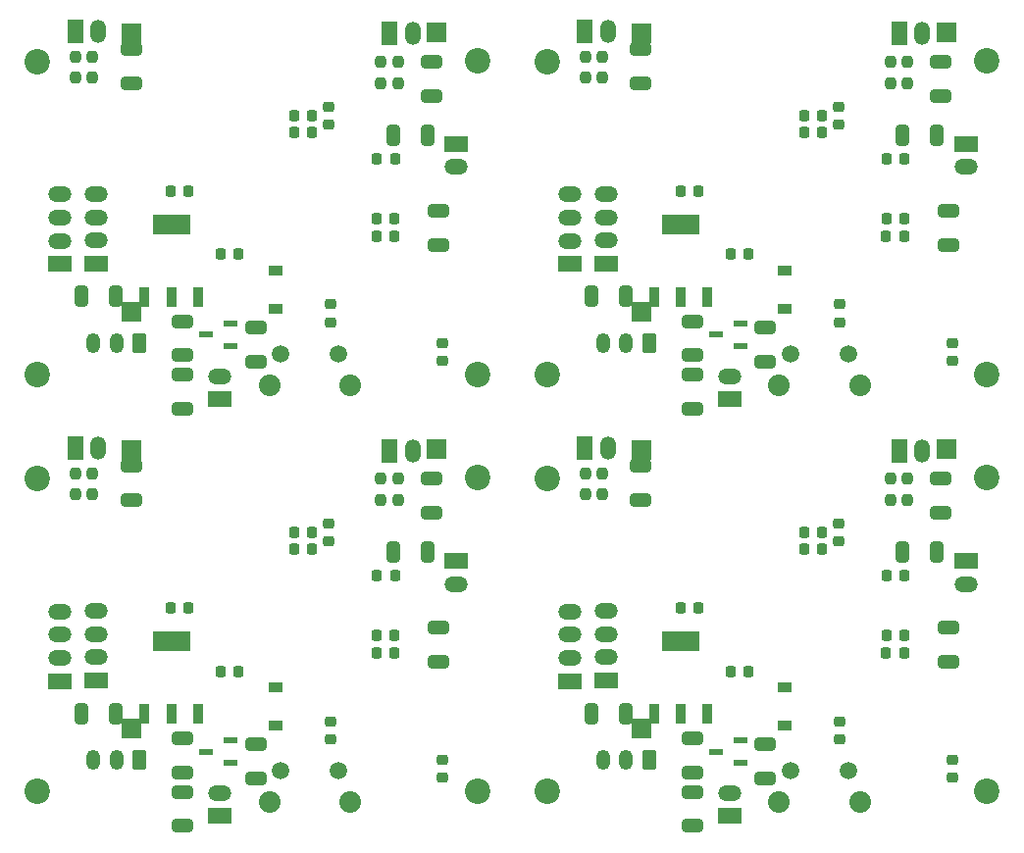
<source format=gbr>
%TF.GenerationSoftware,KiCad,Pcbnew,(6.0.4)*%
%TF.CreationDate,2022-09-20T04:44:20+09:00*%
%TF.ProjectId,mainboard_p,6d61696e-626f-4617-9264-5f702e6b6963,rev?*%
%TF.SameCoordinates,Original*%
%TF.FileFunction,Soldermask,Bot*%
%TF.FilePolarity,Negative*%
%FSLAX46Y46*%
G04 Gerber Fmt 4.6, Leading zero omitted, Abs format (unit mm)*
G04 Created by KiCad (PCBNEW (6.0.4)) date 2022-09-20 04:44:20*
%MOMM*%
%LPD*%
G01*
G04 APERTURE LIST*
G04 Aperture macros list*
%AMRoundRect*
0 Rectangle with rounded corners*
0 $1 Rounding radius*
0 $2 $3 $4 $5 $6 $7 $8 $9 X,Y pos of 4 corners*
0 Add a 4 corners polygon primitive as box body*
4,1,4,$2,$3,$4,$5,$6,$7,$8,$9,$2,$3,0*
0 Add four circle primitives for the rounded corners*
1,1,$1+$1,$2,$3*
1,1,$1+$1,$4,$5*
1,1,$1+$1,$6,$7*
1,1,$1+$1,$8,$9*
0 Add four rect primitives between the rounded corners*
20,1,$1+$1,$2,$3,$4,$5,0*
20,1,$1+$1,$4,$5,$6,$7,0*
20,1,$1+$1,$6,$7,$8,$9,0*
20,1,$1+$1,$8,$9,$2,$3,0*%
G04 Aperture macros list end*
%ADD10C,2.200000*%
%ADD11RoundRect,0.250000X-0.325000X-0.650000X0.325000X-0.650000X0.325000X0.650000X-0.325000X0.650000X0*%
%ADD12R,1.200000X0.900000*%
%ADD13RoundRect,0.250000X-0.650000X0.325000X-0.650000X-0.325000X0.650000X-0.325000X0.650000X0.325000X0*%
%ADD14O,2.000000X1.350000*%
%ADD15R,2.000000X1.350000*%
%ADD16RoundRect,0.225000X0.225000X0.250000X-0.225000X0.250000X-0.225000X-0.250000X0.225000X-0.250000X0*%
%ADD17O,1.200000X1.750000*%
%ADD18RoundRect,0.250000X0.350000X0.625000X-0.350000X0.625000X-0.350000X-0.625000X0.350000X-0.625000X0*%
%ADD19RoundRect,0.225000X-0.225000X-0.250000X0.225000X-0.250000X0.225000X0.250000X-0.225000X0.250000X0*%
%ADD20O,1.350000X2.000000*%
%ADD21R,1.350000X2.000000*%
%ADD22R,1.300000X0.600000*%
%ADD23R,3.200000X1.750000*%
%ADD24R,0.950000X1.750000*%
%ADD25RoundRect,0.237500X0.237500X-0.250000X0.237500X0.250000X-0.237500X0.250000X-0.237500X-0.250000X0*%
%ADD26R,1.700000X1.700000*%
%ADD27RoundRect,0.250000X0.325000X0.650000X-0.325000X0.650000X-0.325000X-0.650000X0.325000X-0.650000X0*%
%ADD28RoundRect,0.250000X0.650000X-0.325000X0.650000X0.325000X-0.650000X0.325000X-0.650000X-0.325000X0*%
%ADD29RoundRect,0.225000X-0.250000X0.225000X-0.250000X-0.225000X0.250000X-0.225000X0.250000X0.225000X0*%
%ADD30C,1.875000*%
%ADD31C,1.515000*%
%ADD32RoundRect,0.225000X0.250000X-0.225000X0.250000X0.225000X-0.250000X0.225000X-0.250000X-0.225000X0*%
G04 APERTURE END LIST*
D10*
%TO.C,REF\u002A\u002A16*%
X231900400Y-122542800D03*
%TD*%
D11*
%TO.C,C116*%
X227579600Y-128994400D03*
X224629600Y-128994400D03*
%TD*%
D12*
%TO.C,D7*%
X214446000Y-144004800D03*
X214446000Y-140704800D03*
%TD*%
D13*
%TO.C,C112*%
X202000000Y-124475000D03*
X202000000Y-121525000D03*
%TD*%
%TO.C,C110*%
X206445000Y-147995400D03*
X206445000Y-145045400D03*
%TD*%
D14*
%TO.C,J31*%
X209645400Y-149787600D03*
D15*
X209645400Y-151787600D03*
%TD*%
D16*
%TO.C,C105*%
X216084000Y-127267200D03*
X217634000Y-127267200D03*
%TD*%
D14*
%TO.C,J33*%
X198977400Y-134071600D03*
X198977400Y-136071600D03*
X198977400Y-138071600D03*
D15*
X198977400Y-140071600D03*
%TD*%
D17*
%TO.C,J28*%
X198736600Y-146926800D03*
X200736600Y-146926800D03*
D18*
X202736600Y-146926800D03*
%TD*%
D14*
%TO.C,J32*%
X195853200Y-134117600D03*
X195853200Y-136117600D03*
X195853200Y-138117600D03*
D15*
X195853200Y-140117600D03*
%TD*%
D19*
%TO.C,C103*%
X224796800Y-131051800D03*
X223246800Y-131051800D03*
%TD*%
D20*
%TO.C,M8*%
X199190000Y-120028200D03*
D21*
X197190000Y-120028200D03*
%TD*%
D22*
%TO.C,Q12*%
X208478600Y-146215600D03*
X210578600Y-147165600D03*
X210578600Y-145265600D03*
%TD*%
D23*
%TO.C,IC14*%
X205479800Y-136664800D03*
D24*
X203179800Y-142964800D03*
X205479800Y-142964800D03*
X207779800Y-142964800D03*
%TD*%
D25*
%TO.C,R79*%
X225037800Y-122646300D03*
X225037800Y-124471300D03*
%TD*%
D19*
%TO.C,C99*%
X211309400Y-139281400D03*
X209759400Y-139281400D03*
%TD*%
D26*
%TO.C,REF\u002A\u002A18*%
X228400400Y-120117600D03*
%TD*%
%TO.C,REF\u002A\u002A17*%
X202050800Y-120206000D03*
%TD*%
D25*
%TO.C,R81*%
X223539200Y-122646300D03*
X223539200Y-124471300D03*
%TD*%
D19*
%TO.C,C96*%
X224720600Y-137681200D03*
X223170600Y-137681200D03*
%TD*%
D25*
%TO.C,R80*%
X198672600Y-122189100D03*
X198672600Y-124014100D03*
%TD*%
D27*
%TO.C,C109*%
X197756400Y-142913600D03*
X200706400Y-142913600D03*
%TD*%
D28*
%TO.C,C108*%
X206445000Y-149693600D03*
X206445000Y-152643600D03*
%TD*%
D19*
%TO.C,R75*%
X206991400Y-133845800D03*
X205441400Y-133845800D03*
%TD*%
D28*
%TO.C,C107*%
X212769600Y-145604200D03*
X212769600Y-148554200D03*
%TD*%
D19*
%TO.C,R70*%
X224771400Y-136157200D03*
X223221400Y-136157200D03*
%TD*%
D29*
%TO.C,C98*%
X228873200Y-148463800D03*
X228873200Y-146913800D03*
%TD*%
D13*
%TO.C,C113*%
X228543000Y-138443200D03*
X228543000Y-135493200D03*
%TD*%
D10*
%TO.C,5*%
X231900400Y-149617600D03*
%TD*%
D26*
%TO.C,6*%
X202025400Y-144209000D03*
%TD*%
D10*
%TO.C,REF\u002A\u002A13*%
X193900400Y-149617600D03*
%TD*%
%TO.C,REF\u002A\u002A15*%
X193900400Y-122617600D03*
%TD*%
D30*
%TO.C,J29*%
X220938100Y-150598350D03*
X213938100Y-150598350D03*
D31*
X219938100Y-147898350D03*
X214938100Y-147898350D03*
%TD*%
D32*
%TO.C,C92*%
X219094200Y-126504600D03*
X219094200Y-128054600D03*
%TD*%
D25*
%TO.C,R82*%
X197199400Y-122189100D03*
X197199400Y-124014100D03*
%TD*%
D16*
%TO.C,C93*%
X216109400Y-128740400D03*
X217659400Y-128740400D03*
%TD*%
D20*
%TO.C,M7*%
X226306800Y-120231400D03*
D21*
X224306800Y-120231400D03*
%TD*%
D15*
%TO.C,J36*%
X230067000Y-129747000D03*
D14*
X230067000Y-131747000D03*
%TD*%
D13*
%TO.C,C95*%
X227908000Y-125592600D03*
X227908000Y-122642600D03*
%TD*%
D32*
%TO.C,C101*%
X219195800Y-143586400D03*
X219195800Y-145136400D03*
%TD*%
D10*
%TO.C,REF\u002A\u002A14*%
X231900400Y-149617600D03*
%TD*%
%TO.C,REF\u002A\u002A10*%
X187900400Y-122542800D03*
%TD*%
D11*
%TO.C,C86*%
X183579600Y-128994400D03*
X180629600Y-128994400D03*
%TD*%
D12*
%TO.C,D5*%
X170446000Y-144004800D03*
X170446000Y-140704800D03*
%TD*%
D13*
%TO.C,C82*%
X158000000Y-124475000D03*
X158000000Y-121525000D03*
%TD*%
%TO.C,C80*%
X162445000Y-147995400D03*
X162445000Y-145045400D03*
%TD*%
D14*
%TO.C,J22*%
X165645400Y-149787600D03*
D15*
X165645400Y-151787600D03*
%TD*%
D16*
%TO.C,C75*%
X172084000Y-127267200D03*
X173634000Y-127267200D03*
%TD*%
D14*
%TO.C,J24*%
X154977400Y-134071600D03*
X154977400Y-136071600D03*
X154977400Y-138071600D03*
D15*
X154977400Y-140071600D03*
%TD*%
D17*
%TO.C,J19*%
X154736600Y-146926800D03*
X156736600Y-146926800D03*
D18*
X158736600Y-146926800D03*
%TD*%
D14*
%TO.C,J23*%
X151853200Y-134117600D03*
X151853200Y-136117600D03*
X151853200Y-138117600D03*
D15*
X151853200Y-140117600D03*
%TD*%
D19*
%TO.C,C73*%
X180796800Y-131051800D03*
X179246800Y-131051800D03*
%TD*%
D20*
%TO.C,M6*%
X155190000Y-120028200D03*
D21*
X153190000Y-120028200D03*
%TD*%
D22*
%TO.C,Q9*%
X164478600Y-146215600D03*
X166578600Y-147165600D03*
X166578600Y-145265600D03*
%TD*%
D23*
%TO.C,IC6*%
X161479800Y-136664800D03*
D24*
X159179800Y-142964800D03*
X161479800Y-142964800D03*
X163779800Y-142964800D03*
%TD*%
D25*
%TO.C,R58*%
X181037800Y-122646300D03*
X181037800Y-124471300D03*
%TD*%
D19*
%TO.C,C69*%
X167309400Y-139281400D03*
X165759400Y-139281400D03*
%TD*%
D26*
%TO.C,REF\u002A\u002A12*%
X184400400Y-120117600D03*
%TD*%
%TO.C,REF\u002A\u002A11*%
X158050800Y-120206000D03*
%TD*%
D25*
%TO.C,R60*%
X179539200Y-122646300D03*
X179539200Y-124471300D03*
%TD*%
D19*
%TO.C,C66*%
X180720600Y-137681200D03*
X179170600Y-137681200D03*
%TD*%
D25*
%TO.C,R59*%
X154672600Y-122189100D03*
X154672600Y-124014100D03*
%TD*%
D27*
%TO.C,C79*%
X153756400Y-142913600D03*
X156706400Y-142913600D03*
%TD*%
D28*
%TO.C,C78*%
X162445000Y-149693600D03*
X162445000Y-152643600D03*
%TD*%
D19*
%TO.C,R54*%
X162991400Y-133845800D03*
X161441400Y-133845800D03*
%TD*%
D28*
%TO.C,C77*%
X168769600Y-145604200D03*
X168769600Y-148554200D03*
%TD*%
D19*
%TO.C,R49*%
X180771400Y-136157200D03*
X179221400Y-136157200D03*
%TD*%
D29*
%TO.C,C68*%
X184873200Y-148463800D03*
X184873200Y-146913800D03*
%TD*%
D13*
%TO.C,C83*%
X184543000Y-138443200D03*
X184543000Y-135493200D03*
%TD*%
D10*
%TO.C,3*%
X187900400Y-149617600D03*
%TD*%
D26*
%TO.C,4*%
X158025400Y-144209000D03*
%TD*%
D10*
%TO.C,REF\u002A\u002A7*%
X149900400Y-149617600D03*
%TD*%
%TO.C,REF\u002A\u002A9*%
X149900400Y-122617600D03*
%TD*%
D30*
%TO.C,J20*%
X176938100Y-150598350D03*
X169938100Y-150598350D03*
D31*
X175938100Y-147898350D03*
X170938100Y-147898350D03*
%TD*%
D32*
%TO.C,C62*%
X175094200Y-126504600D03*
X175094200Y-128054600D03*
%TD*%
D25*
%TO.C,R61*%
X153199400Y-122189100D03*
X153199400Y-124014100D03*
%TD*%
D16*
%TO.C,C63*%
X172109400Y-128740400D03*
X173659400Y-128740400D03*
%TD*%
D20*
%TO.C,M5*%
X182306800Y-120231400D03*
D21*
X180306800Y-120231400D03*
%TD*%
D15*
%TO.C,J27*%
X186067000Y-129747000D03*
D14*
X186067000Y-131747000D03*
%TD*%
D13*
%TO.C,C65*%
X183908000Y-125592600D03*
X183908000Y-122642600D03*
%TD*%
D32*
%TO.C,C71*%
X175195800Y-143586400D03*
X175195800Y-145136400D03*
%TD*%
D10*
%TO.C,REF\u002A\u002A8*%
X187900400Y-149617600D03*
%TD*%
%TO.C,REF\u002A\u002A4*%
X231900400Y-86542800D03*
%TD*%
D11*
%TO.C,C56*%
X227579600Y-92994400D03*
X224629600Y-92994400D03*
%TD*%
D12*
%TO.C,D2*%
X214446000Y-108004800D03*
X214446000Y-104704800D03*
%TD*%
D13*
%TO.C,C52*%
X202000000Y-88475000D03*
X202000000Y-85525000D03*
%TD*%
%TO.C,C50*%
X206445000Y-111995400D03*
X206445000Y-109045400D03*
%TD*%
D14*
%TO.C,J13*%
X209645400Y-113787600D03*
D15*
X209645400Y-115787600D03*
%TD*%
D16*
%TO.C,C45*%
X216084000Y-91267200D03*
X217634000Y-91267200D03*
%TD*%
D14*
%TO.C,J15*%
X198977400Y-98071600D03*
X198977400Y-100071600D03*
X198977400Y-102071600D03*
D15*
X198977400Y-104071600D03*
%TD*%
D17*
%TO.C,J8*%
X198736600Y-110926800D03*
X200736600Y-110926800D03*
D18*
X202736600Y-110926800D03*
%TD*%
D14*
%TO.C,J14*%
X195853200Y-98117600D03*
X195853200Y-100117600D03*
X195853200Y-102117600D03*
D15*
X195853200Y-104117600D03*
%TD*%
D19*
%TO.C,C43*%
X224796800Y-95051800D03*
X223246800Y-95051800D03*
%TD*%
D20*
%TO.C,M4*%
X199190000Y-84028200D03*
D21*
X197190000Y-84028200D03*
%TD*%
D22*
%TO.C,Q8*%
X208478600Y-110215600D03*
X210578600Y-111165600D03*
X210578600Y-109265600D03*
%TD*%
D23*
%TO.C,IC4*%
X205479800Y-100664800D03*
D24*
X203179800Y-106964800D03*
X205479800Y-106964800D03*
X207779800Y-106964800D03*
%TD*%
D25*
%TO.C,R37*%
X225037800Y-86646300D03*
X225037800Y-88471300D03*
%TD*%
D19*
%TO.C,C39*%
X211309400Y-103281400D03*
X209759400Y-103281400D03*
%TD*%
D26*
%TO.C,REF\u002A\u002A6*%
X228400400Y-84117600D03*
%TD*%
%TO.C,REF\u002A\u002A5*%
X202050800Y-84206000D03*
%TD*%
D25*
%TO.C,R39*%
X223539200Y-86646300D03*
X223539200Y-88471300D03*
%TD*%
D19*
%TO.C,C31*%
X224720600Y-101681200D03*
X223170600Y-101681200D03*
%TD*%
D25*
%TO.C,R38*%
X198672600Y-86189100D03*
X198672600Y-88014100D03*
%TD*%
D27*
%TO.C,C49*%
X197756400Y-106913600D03*
X200706400Y-106913600D03*
%TD*%
D28*
%TO.C,C48*%
X206445000Y-113693600D03*
X206445000Y-116643600D03*
%TD*%
D19*
%TO.C,R33*%
X206991400Y-97845800D03*
X205441400Y-97845800D03*
%TD*%
D28*
%TO.C,C47*%
X212769600Y-109604200D03*
X212769600Y-112554200D03*
%TD*%
D19*
%TO.C,R28*%
X224771400Y-100157200D03*
X223221400Y-100157200D03*
%TD*%
D29*
%TO.C,C38*%
X228873200Y-112463800D03*
X228873200Y-110913800D03*
%TD*%
D13*
%TO.C,C53*%
X228543000Y-102443200D03*
X228543000Y-99493200D03*
%TD*%
D10*
%TO.C,1*%
X231900400Y-113617600D03*
%TD*%
D26*
%TO.C,2*%
X202025400Y-108209000D03*
%TD*%
D10*
%TO.C,REF\u002A\u002A1*%
X193900400Y-113617600D03*
%TD*%
%TO.C,REF\u002A\u002A3*%
X193900400Y-86617600D03*
%TD*%
D30*
%TO.C,J9*%
X220938100Y-114598350D03*
X213938100Y-114598350D03*
D31*
X219938100Y-111898350D03*
X214938100Y-111898350D03*
%TD*%
D32*
%TO.C,C25*%
X219094200Y-90504600D03*
X219094200Y-92054600D03*
%TD*%
D25*
%TO.C,R40*%
X197199400Y-86189100D03*
X197199400Y-88014100D03*
%TD*%
D16*
%TO.C,C27*%
X216109400Y-92740400D03*
X217659400Y-92740400D03*
%TD*%
D20*
%TO.C,M3*%
X226306800Y-84231400D03*
D21*
X224306800Y-84231400D03*
%TD*%
D15*
%TO.C,J18*%
X230067000Y-93747000D03*
D14*
X230067000Y-95747000D03*
%TD*%
D13*
%TO.C,C29*%
X227908000Y-89592600D03*
X227908000Y-86642600D03*
%TD*%
D32*
%TO.C,C41*%
X219195800Y-107586400D03*
X219195800Y-109136400D03*
%TD*%
D10*
%TO.C,REF\u002A\u002A2*%
X231900400Y-113617600D03*
%TD*%
%TO.C,REF\u002A\u002A*%
X187900400Y-113617600D03*
%TD*%
%TO.C,REF\u002A\u002A*%
X187900400Y-86542800D03*
%TD*%
%TO.C,REF\u002A\u002A*%
X149900400Y-113617600D03*
%TD*%
D30*
%TO.C,J2*%
X176938100Y-114598350D03*
X169938100Y-114598350D03*
D31*
X175938100Y-111898350D03*
X170938100Y-111898350D03*
%TD*%
D10*
%TO.C,REF\u002A\u002A*%
X149900400Y-86617600D03*
%TD*%
D26*
%TO.C,*%
X158025400Y-108209000D03*
%TD*%
D10*
%TO.C,*%
X187900400Y-113617600D03*
%TD*%
D11*
%TO.C,C33*%
X183579600Y-92994400D03*
X180629600Y-92994400D03*
%TD*%
D13*
%TO.C,C22*%
X158000000Y-88475000D03*
X158000000Y-85525000D03*
%TD*%
D12*
%TO.C,D1*%
X170446000Y-108004800D03*
X170446000Y-104704800D03*
%TD*%
D13*
%TO.C,C20*%
X162445000Y-111995400D03*
X162445000Y-109045400D03*
%TD*%
D16*
%TO.C,C15*%
X172084000Y-91267200D03*
X173634000Y-91267200D03*
%TD*%
D14*
%TO.C,J4*%
X165645400Y-113787600D03*
D15*
X165645400Y-115787600D03*
%TD*%
D14*
%TO.C,J6*%
X154977400Y-98071600D03*
X154977400Y-100071600D03*
X154977400Y-102071600D03*
D15*
X154977400Y-104071600D03*
%TD*%
D19*
%TO.C,C9*%
X167309400Y-103281400D03*
X165759400Y-103281400D03*
%TD*%
%TO.C,R7*%
X180771400Y-100157200D03*
X179221400Y-100157200D03*
%TD*%
D17*
%TO.C,J1*%
X154736600Y-110926800D03*
X156736600Y-110926800D03*
D18*
X158736600Y-110926800D03*
%TD*%
D19*
%TO.C,C13*%
X180796800Y-95051800D03*
X179246800Y-95051800D03*
%TD*%
D25*
%TO.C,R18*%
X181037800Y-86646300D03*
X181037800Y-88471300D03*
%TD*%
D23*
%TO.C,IC2*%
X161479800Y-100664800D03*
D24*
X159179800Y-106964800D03*
X161479800Y-106964800D03*
X163779800Y-106964800D03*
%TD*%
D22*
%TO.C,Q7*%
X164478600Y-110215600D03*
X166578600Y-111165600D03*
X166578600Y-109265600D03*
%TD*%
D28*
%TO.C,C17*%
X168769600Y-109604200D03*
X168769600Y-112554200D03*
%TD*%
D25*
%TO.C,R19*%
X154672600Y-86189100D03*
X154672600Y-88014100D03*
%TD*%
D26*
%TO.C,REF\u002A\u002A*%
X184400400Y-84117600D03*
%TD*%
D19*
%TO.C,C6*%
X180720600Y-101681200D03*
X179170600Y-101681200D03*
%TD*%
D20*
%TO.C,M2*%
X155190000Y-84028200D03*
D21*
X153190000Y-84028200D03*
%TD*%
D14*
%TO.C,J5*%
X151853200Y-98117600D03*
X151853200Y-100117600D03*
X151853200Y-102117600D03*
D15*
X151853200Y-104117600D03*
%TD*%
D13*
%TO.C,C23*%
X184543000Y-102443200D03*
X184543000Y-99493200D03*
%TD*%
D29*
%TO.C,C8*%
X184873200Y-112463800D03*
X184873200Y-110913800D03*
%TD*%
D19*
%TO.C,R12*%
X162991400Y-97845800D03*
X161441400Y-97845800D03*
%TD*%
D28*
%TO.C,C18*%
X162445000Y-113693600D03*
X162445000Y-116643600D03*
%TD*%
D27*
%TO.C,C19*%
X153756400Y-106913600D03*
X156706400Y-106913600D03*
%TD*%
D25*
%TO.C,R20*%
X179539200Y-86646300D03*
X179539200Y-88471300D03*
%TD*%
D26*
%TO.C,REF\u002A\u002A*%
X158050800Y-84206000D03*
%TD*%
D13*
%TO.C,C5*%
X183908000Y-89592600D03*
X183908000Y-86642600D03*
%TD*%
D20*
%TO.C,M1*%
X182306800Y-84231400D03*
D21*
X180306800Y-84231400D03*
%TD*%
D25*
%TO.C,R21*%
X153199400Y-86189100D03*
X153199400Y-88014100D03*
%TD*%
D15*
%TO.C,J11*%
X186067000Y-93747000D03*
D14*
X186067000Y-95747000D03*
%TD*%
D32*
%TO.C,C11*%
X175195800Y-107586400D03*
X175195800Y-109136400D03*
%TD*%
D16*
%TO.C,C3*%
X172109400Y-92740400D03*
X173659400Y-92740400D03*
%TD*%
D32*
%TO.C,C2*%
X175094200Y-90504600D03*
X175094200Y-92054600D03*
%TD*%
M02*

</source>
